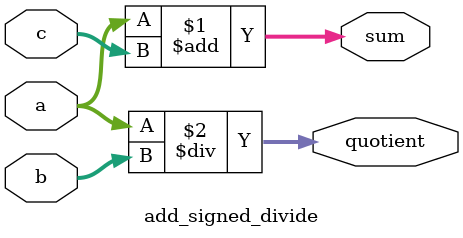
<source format=sv>
module add_signed_divide (
    input signed [7:0] a,
    input signed [7:0] b,
    input signed [7:0] c,
    output signed [15:0] sum,
    output signed [7:0] quotient
);
    assign sum = a + c;                // 加法
    assign quotient = a / b;            // 除法
endmodule

</source>
